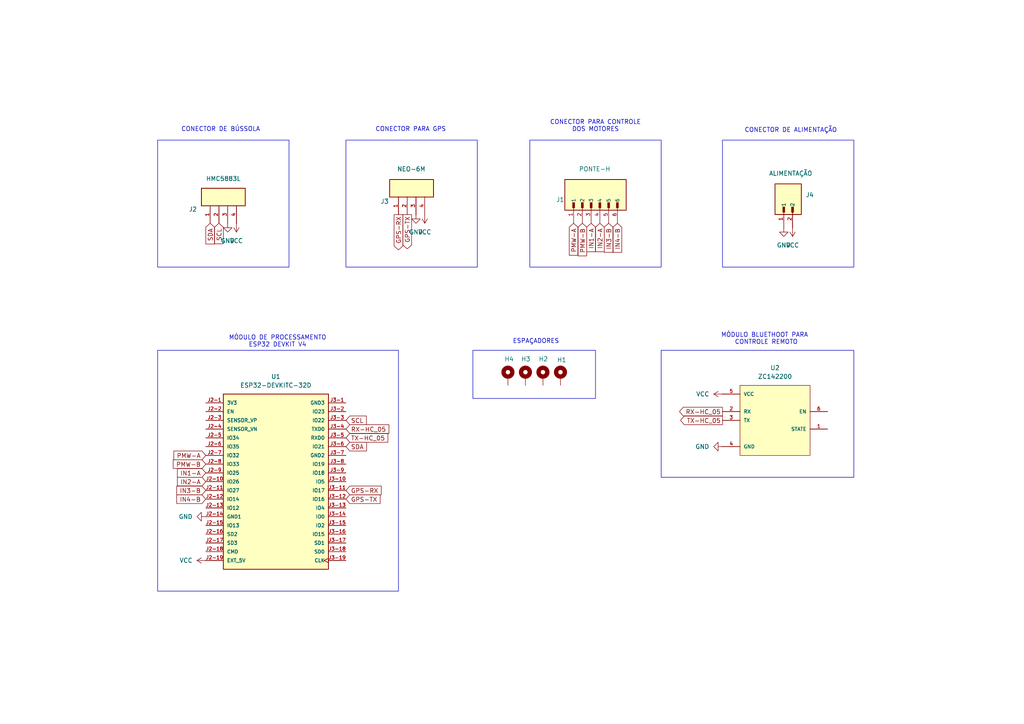
<source format=kicad_sch>
(kicad_sch (version 20231120) (generator "eeschema") (generator_version "8.0")
  (paper "A4")
  (lib_symbols
    (symbol "Mechanical:MountingHole_Pad" (pin_numbers hide) (pin_names (offset 1.016) hide) (exclude_from_sim yes) (in_bom no)
      (property "Reference" "H" (at 0 6.35 0))
      (property "Value" "MountingHole_Pad" (at 0 4.445 0))
      (symbol "MountingHole_Pad_0_1"
        (circle (center 0 1.27) (radius 1.27) (stroke (width 1.27)))
      )
      (symbol "MountingHole_Pad_1_1"
        (pin input line (at 0 -2.54 90) (length 2.54) (name "1") (number "1"))
      )
    )
    (symbol "importados:B2P-VH_LF__SN_" (pin_names (offset 1.016))
      (property "Reference" "J" (at -2.54 3.302 0))
      (property "Value" "B2P-VH_LF__SN_" (at -6.858 -7.62 0))
      (symbol "B2P-VH_LF__SN__0_0"
        (rectangle (start -3.81 -5.08) (end 5.08 2.54) (stroke (width 0.254)) (fill (type background)))
        (rectangle (start -3.175 -2.8575) (end -1.5875 -2.2225) (stroke (width 0.1)) (fill (type outline)))
        (rectangle (start -3.175 -0.3175) (end -1.5875 0.3175) (stroke (width 0.1)) (fill (type outline)))
        (pin passive line (at -7.62 0 0) (length 5.08) (name "1") (number "1"))
        (pin passive line (at -7.62 -2.54 0) (length 5.08) (name "2") (number "2"))
      )
    )
    (symbol "importados:B4P-VH_LF__SN_" (pin_names (offset 1.016))
      (property "Reference" "J" (at -5.083 5.852 0))
      (property "Value" "B4P-VH_LF__SN_" (at -5.0845 -10.16 0))
      (symbol "B4P-VH_LF__SN__0_0"
        (rectangle (start -2.54 5.08) (end 2.54 -7.62) (stroke (width 0.254)) (fill (type background)))
        (pin passive line (at -7.62 2.54 0) (length 5.08) (name "~") (number "1"))
        (pin passive line (at -7.62 0 0) (length 5.08) (name "~") (number "2"))
        (pin passive line (at -7.62 -2.54 0) (length 5.08) (name "~") (number "3"))
        (pin passive line (at -7.62 -5.08 0) (length 5.08) (name "~") (number "4"))
      )
    )
    (symbol "importados:B6P-VH_LF__SN_" (pin_names (offset 1.016))
      (property "Reference" "J" (at -3.81 8.255 0))
      (property "Value" "B6P-VH_LF__SN_" (at -3.81 -12.7 0))
      (symbol "B6P-VH_LF__SN__0_0"
        (rectangle (start -3.81 -10.16) (end 5.08 7.62) (stroke (width 0.254)) (fill (type background)))
        (rectangle (start -3.175 -7.9375) (end -1.5875 -7.3025) (stroke (width 0.1)) (fill (type outline)))
        (rectangle (start -3.175 -5.3975) (end -1.5875 -4.7625) (stroke (width 0.1)) (fill (type outline)))
        (rectangle (start -3.175 -2.8575) (end -1.5875 -2.2225) (stroke (width 0.1)) (fill (type outline)))
        (rectangle (start -3.175 -0.3175) (end -1.5875 0.3175) (stroke (width 0.1)) (fill (type outline)))
        (rectangle (start -3.175 2.2225) (end -1.5875 2.8575) (stroke (width 0.1)) (fill (type outline)))
        (rectangle (start -3.175 4.7625) (end -1.5875 5.3975) (stroke (width 0.1)) (fill (type outline)))
        (pin passive line (at -7.62 5.08 0) (length 5.08) (name "1") (number "1"))
        (pin passive line (at -7.62 2.54 0) (length 5.08) (name "2") (number "2"))
        (pin passive line (at -7.62 0 0) (length 5.08) (name "3") (number "3"))
        (pin passive line (at -7.62 -2.54 0) (length 5.08) (name "4") (number "4"))
        (pin passive line (at -7.62 -5.08 0) (length 5.08) (name "5") (number "5"))
        (pin passive line (at -7.62 -7.62 0) (length 5.08) (name "6") (number "6"))
      )
    )
    (symbol "importados:ESP32-DEVKITC-32D" (pin_names (offset 1.016))
      (property "Reference" "U" (at -15.2572 26.0643 0))
      (property "Value" "ESP32-DEVKITC-32D" (at -15.2563 -27.9698 0))
      (symbol "ESP32-DEVKITC-32D_0_0"
        (rectangle (start -15.24 -25.4) (end 15.24 25.4) (stroke (width 0.254)) (fill (type background)))
        (pin power_in line (at -20.32 22.86 0) (length 5.08) (name "3V3") (number "J2-1"))
        (pin bidirectional line (at -20.32 0 0) (length 5.08) (name "IO26") (number "J2-10"))
        (pin bidirectional line (at -20.32 -2.54 0) (length 5.08) (name "IO27") (number "J2-11"))
        (pin bidirectional line (at -20.32 -5.08 0) (length 5.08) (name "IO14") (number "J2-12"))
        (pin bidirectional line (at -20.32 -7.62 0) (length 5.08) (name "IO12") (number "J2-13"))
        (pin power_in line (at -20.32 -10.16 0) (length 5.08) (name "GND1") (number "J2-14"))
        (pin bidirectional line (at -20.32 -12.7 0) (length 5.08) (name "IO13") (number "J2-15"))
        (pin bidirectional line (at -20.32 -15.24 0) (length 5.08) (name "SD2") (number "J2-16"))
        (pin bidirectional line (at -20.32 -17.78 0) (length 5.08) (name "SD3") (number "J2-17"))
        (pin bidirectional line (at -20.32 -20.32 0) (length 5.08) (name "CMD") (number "J2-18"))
        (pin power_in line (at -20.32 -22.86 0) (length 5.08) (name "EXT_5V") (number "J2-19"))
        (pin input line (at -20.32 20.32 0) (length 5.08) (name "EN") (number "J2-2"))
        (pin input line (at -20.32 17.78 0) (length 5.08) (name "SENSOR_VP") (number "J2-3"))
        (pin input line (at -20.32 15.24 0) (length 5.08) (name "SENSOR_VN") (number "J2-4"))
        (pin bidirectional line (at -20.32 12.7 0) (length 5.08) (name "IO34") (number "J2-5"))
        (pin bidirectional line (at -20.32 10.16 0) (length 5.08) (name "IO35") (number "J2-6"))
        (pin bidirectional line (at -20.32 7.62 0) (length 5.08) (name "IO32") (number "J2-7"))
        (pin bidirectional line (at -20.32 5.08 0) (length 5.08) (name "IO33") (number "J2-8"))
        (pin bidirectional line (at -20.32 2.54 0) (length 5.08) (name "IO25") (number "J2-9"))
        (pin power_in line (at 20.32 22.86 180) (length 5.08) (name "GND3") (number "J3-1"))
        (pin bidirectional line (at 20.32 0 180) (length 5.08) (name "IO5") (number "J3-10"))
        (pin bidirectional line (at 20.32 -2.54 180) (length 5.08) (name "IO17") (number "J3-11"))
        (pin bidirectional line (at 20.32 -5.08 180) (length 5.08) (name "IO16") (number "J3-12"))
        (pin bidirectional line (at 20.32 -7.62 180) (length 5.08) (name "IO4") (number "J3-13"))
        (pin bidirectional line (at 20.32 -10.16 180) (length 5.08) (name "IO0") (number "J3-14"))
        (pin bidirectional line (at 20.32 -12.7 180) (length 5.08) (name "IO2") (number "J3-15"))
        (pin bidirectional line (at 20.32 -15.24 180) (length 5.08) (name "IO15") (number "J3-16"))
        (pin bidirectional line (at 20.32 -17.78 180) (length 5.08) (name "SD1") (number "J3-17"))
        (pin bidirectional line (at 20.32 -20.32 180) (length 5.08) (name "SD0") (number "J3-18"))
        (pin input clock (at 20.32 -22.86 180) (length 5.08) (name "CLK") (number "J3-19"))
        (pin bidirectional line (at 20.32 20.32 180) (length 5.08) (name "IO23") (number "J3-2"))
        (pin bidirectional line (at 20.32 17.78 180) (length 5.08) (name "IO22") (number "J3-3"))
        (pin output line (at 20.32 15.24 180) (length 5.08) (name "TXD0") (number "J3-4"))
        (pin input line (at 20.32 12.7 180) (length 5.08) (name "RXD0") (number "J3-5"))
        (pin bidirectional line (at 20.32 10.16 180) (length 5.08) (name "IO21") (number "J3-6"))
        (pin power_in line (at 20.32 7.62 180) (length 5.08) (name "GND2") (number "J3-7"))
        (pin bidirectional line (at 20.32 5.08 180) (length 5.08) (name "IO19") (number "J3-8"))
        (pin bidirectional line (at 20.32 2.54 180) (length 5.08) (name "IO18") (number "J3-9"))
      )
    )
    (symbol "importados:ZC142200" (pin_names (offset 1.016))
      (property "Reference" "U" (at -10.16 10.922 0))
      (property "Value" "ZC142200" (at -10.16 -12.7 0))
      (symbol "ZC142200_0_0"
        (rectangle (start -10.16 10.16) (end 10.16 -10.16) (stroke (width 0.1524)) (fill (type background)))
        (pin input line (at -15.24 -2.54 0) (length 5.08) (name "STATE") (number "1"))
        (pin input line (at 15.24 2.54 180) (length 5.08) (name "RX") (number "2"))
        (pin output line (at 15.24 0 180) (length 5.08) (name "TX") (number "3"))
        (pin power_in line (at 15.24 -7.62 180) (length 5.08) (name "GND") (number "4"))
        (pin power_in line (at 15.24 7.62 180) (length 5.08) (name "VCC") (number "5"))
        (pin input line (at -15.24 2.54 0) (length 5.08) (name "EN") (number "6"))
      )
    )
    (symbol "power:GND" (power) (pin_numbers hide) (pin_names (offset 0) hide)
      (property "Value" "GND" (at 0 -3.81 0))
      (symbol "GND_0_1"
        (polyline (pts (xy 0 0) (xy 0 -1.27) (xy 1.27 -1.27) (xy 0 -2.54) (xy -1.27 -1.27) (xy 0 -1.27)))
      )
      (symbol "GND_1_1"
        (pin power_in line (at 0 0 270) (length 0) (name "~") (number "1"))
      )
    )
    (symbol "power:VCC" (power) (pin_numbers hide) (pin_names (offset 0) hide)
      (property "Value" "VCC" (at 0 3.556 0))
      (symbol "VCC_0_1"
        (polyline (pts (xy -0.762 1.27) (xy 0 2.54)))
        (polyline (pts (xy 0 0) (xy 0 2.54)))
        (polyline (pts (xy 0 2.54) (xy 0.762 1.27)))
      )
      (symbol "VCC_1_1"
        (pin power_in line (at 0 0 90) (length 0) (name "~") (number "1"))
      )
    )
  )
  (rectangle (start 45.72 40.64) (end 83.82 77.47))
  (rectangle (start 191.77 101.6) (end 247.65 138.43))
  (rectangle (start 137.16 101.6) (end 172.72 115.57))
  (rectangle (start 45.72 101.6) (end 115.57 171.45))
  (rectangle (start 209.55 40.64) (end 247.65 77.47))
  (rectangle (start 153.67 40.64) (end 191.77 77.47))
  (rectangle (start 100.33 40.64) (end 138.43 77.47))
  (text "CONECTOR PARA GPS\n\n" (at 119.126 38.608 0) (effects (font (size 1.27 1.27))))
  (text "MÓDULO DE PROCESSAMENTO\nESP32 DEVKIT V4\n" (at 80.518 99.06 0) (effects (font (size 1.27 1.27))))
  (text "CONECTOR PARA CONTROLE\nDOS MOTORES" (at 172.72 36.576 0) (effects (font (size 1.27 1.27))))
  (text "MÓDULO BLUETHOOT PARA \nCONTROLE REMOTO\n" (at 222.25 98.298 0) (effects (font (size 1.27 1.27))))
  (text "ESPAÇADORES\n" (at 155.448 99.06 0) (effects (font (size 1.27 1.27))))
  (text "CONECTOR DE BÚSSOLA\n\n" (at 64.008 38.608 0) (effects (font (size 1.27 1.27))))
  (text "CONECTOR DE ALIMENTAÇÃO\n" (at 229.362 37.846 0) (effects (font (size 1.27 1.27))))
  (global_label "GPS-RX" (shape output) (at 115.57 62.23 270) (property "Intersheetrefs" "${INTERSHEET_REFS}" (effects (hide yes))))
  (global_label "PMW-A" (shape input) (at 166.37 64.77 270) (property "Intersheetrefs" "${INTERSHEET_REFS}" (effects (hide yes))))
  (global_label "SCL" (shape input) (at 63.5 64.77 270) (property "Intersheetrefs" "${INTERSHEET_REFS}" (effects (hide yes))))
  (global_label "RX-HC_05" (shape output) (at 209.55 119.38 180) (property "Intersheetrefs" "${INTERSHEET_REFS}" (effects (hide yes))))
  (global_label "IN3-B" (shape input) (at 176.53 64.77 270) (property "Intersheetrefs" "${INTERSHEET_REFS}" (effects (hide yes))))
  (global_label "IN2-A" (shape input) (at 59.69 139.7 180) (property "Intersheetrefs" "${INTERSHEET_REFS}" (effects (hide yes))))
  (global_label "SCL" (shape input) (at 100.33 121.92 0) (property "Intersheetrefs" "${INTERSHEET_REFS}" (effects (hide yes))))
  (global_label "GPS-TX" (shape output) (at 118.11 62.23 270) (property "Intersheetrefs" "${INTERSHEET_REFS}" (effects (hide yes))))
  (global_label "IN3-B" (shape input) (at 59.69 142.24 180) (property "Intersheetrefs" "${INTERSHEET_REFS}" (effects (hide yes))))
  (global_label "IN4-B" (shape input) (at 59.69 144.78 180) (property "Intersheetrefs" "${INTERSHEET_REFS}" (effects (hide yes))))
  (global_label "GPS-RX" (shape input) (at 100.33 142.24 0) (property "Intersheetrefs" "${INTERSHEET_REFS}" (effects (hide yes))))
  (global_label "TX-HC_05" (shape output) (at 209.55 121.92 180) (property "Intersheetrefs" "${INTERSHEET_REFS}" (effects (hide yes))))
  (global_label "IN4-B" (shape input) (at 179.07 64.77 270) (property "Intersheetrefs" "${INTERSHEET_REFS}" (effects (hide yes))))
  (global_label "GPS-TX" (shape input) (at 100.33 144.78 0) (property "Intersheetrefs" "${INTERSHEET_REFS}" (effects (hide yes))))
  (global_label "IN2-A" (shape input) (at 173.99 64.77 270) (property "Intersheetrefs" "${INTERSHEET_REFS}" (effects (hide yes))))
  (global_label "PMW-A" (shape input) (at 59.69 132.08 180) (property "Intersheetrefs" "${INTERSHEET_REFS}" (effects (hide yes))))
  (global_label "RX-HC_05" (shape input) (at 100.33 124.46 0) (property "Intersheetrefs" "${INTERSHEET_REFS}" (effects (hide yes))))
  (global_label "PMW-B" (shape input) (at 59.69 134.62 180) (property "Intersheetrefs" "${INTERSHEET_REFS}" (effects (hide yes))))
  (global_label "PMW-B" (shape input) (at 168.91 64.77 270) (property "Intersheetrefs" "${INTERSHEET_REFS}" (effects (hide yes))))
  (global_label "TX-HC_05" (shape input) (at 100.33 127 0) (property "Intersheetrefs" "${INTERSHEET_REFS}" (effects (hide yes))))
  (global_label "IN1-A" (shape input) (at 171.45 64.77 270) (property "Intersheetrefs" "${INTERSHEET_REFS}" (effects (hide yes))))
  (global_label "IN1-A" (shape input) (at 59.69 137.16 180) (property "Intersheetrefs" "${INTERSHEET_REFS}" (effects (hide yes))))
  (global_label "SDA" (shape input) (at 100.33 129.54 0) (property "Intersheetrefs" "${INTERSHEET_REFS}" (effects (hide yes))))
  (global_label "SDA" (shape input) (at 60.96 64.77 270) (property "Intersheetrefs" "${INTERSHEET_REFS}" (effects (hide yes))))
  (symbol (lib_id "power:GND") (at 66.04 64.77 0) (unit 1)
    (property "Reference" "#PWR07" (effects (hide yes)))
    (property "Value" "GND" (at 66.04 69.85 0))
    (property "Description" "Power symbol creates a global label with name \"GND\" , ground" (effects (hide yes)))
  )
  (symbol (lib_id "power:GND") (at 120.65 62.23 0) (unit 1)
    (property "Reference" "#PWR05" (effects (hide yes)))
    (property "Value" "GND" (at 120.65 67.31 0))
    (property "Description" "Power symbol creates a global label with name \"GND\" , ground" (effects (hide yes)))
  )
  (symbol (lib_id "power:VCC") (at 229.87 66.04 180) (unit 1)
    (property "Reference" "#PWR01" (effects (hide yes)))
    (property "Value" "VCC" (at 229.87 71.12 0))
    (property "Description" "Power symbol creates a global label with name \"VCC\"" (effects (hide yes)))
  )
  (symbol (lib_id "power:GND") (at 209.55 129.54 270) (mirror x) (unit 1)
    (property "Reference" "#PWR09" (effects (hide yes)))
    (property "Value" "GND" (at 205.74 129.5399 90) (effects (justify right)))
    (property "Description" "Power symbol creates a global label with name \"GND\" , ground" (effects (hide yes)))
  )
  (symbol (lib_id "importados:B6P-VH_LF__SN_") (at 171.45 57.15 90) (unit 1)
    (property "Reference" "J1" (at 161.29 57.912 90) (effects (justify right)))
    (property "Value" "PONTE-H" (at 167.894 49.022 90) (effects (justify right)))
    (property "Footprint" "importados:JST_B6P-VH_LF__SN_" (effects (hide yes)))
  )
  (symbol (lib_id "importados:ESP32-DEVKITC-32D") (at 80.01 139.7 0) (unit 1)
    (property "Reference" "U1" (at 80.01 109.22 0))
    (property "Value" "ESP32-DEVKITC-32D" (at 80.01 111.76 0))
    (property "Footprint" "importados:MODULE_ESP32-DEVKITC-32D" (effects (hide yes)))
    (property "MF" "Espressif Systems" (effects (hide yes)))
    (property "MAXIMUM_PACKAGE_HEIGHT" "N/A" (effects (hide yes)))
    (property "Package" "None" (effects (hide yes)))
    (property "Price" "None" (effects (hide yes)))
    (property "Check_prices" "https://www.snapeda.com/parts/ESP32-DEVKITC-32D/Espressif+Systems/view-part/?ref=eda" (effects (hide yes)))
    (property "STANDARD" "Manufacturer Recommendations" (effects (hide yes)))
    (property "PARTREV" "V4" (effects (hide yes)))
    (property "SnapEDA_Link" "https://www.snapeda.com/parts/ESP32-DEVKITC-32D/Espressif+Systems/view-part/?ref=snap" (effects (hide yes)))
    (property "MP" "ESP32-DEVKITC-32D" (effects (hide yes)))
    (property "Description_1" "\n                        \n                            WiFi Development Tools (802.11) ESP32 General Development Kit, ESP32-WROOM-32D on the board\n                        \n" (effects (hide yes)))
    (property "MANUFACTURER" "Espressif Systems" (effects (hide yes)))
    (property "Availability" "In Stock" (effects (hide yes)))
    (property "SNAPEDA_PN" "ESP32-DEVKITC-32D" (effects (hide yes)))
  )
  (symbol (lib_id "power:VCC") (at 209.55 114.3 90) (mirror x) (unit 1)
    (property "Reference" "#PWR010" (effects (hide yes)))
    (property "Value" "VCC" (at 205.74 114.2999 90) (effects (justify left)))
    (property "Description" "Power symbol creates a global label with name \"VCC\"" (effects (hide yes)))
  )
  (symbol (lib_id "Mechanical:MountingHole_Pad") (at 147.32 109.22 0) (unit 1) (exclude_from_sim yes) (in_bom no)
    (property "Reference" "H4" (at 146.304 104.14 0) (effects (justify left)))
    (property "Value" "MountingHole_Pad" (effects (hide yes)))
    (property "Footprint" "MountingHole:MountingHole_3.2mm_M3_DIN965_Pad" (effects (hide yes)))
    (property "Description" "Mounting Hole with connection" (effects (hide yes)))
  )
  (symbol (lib_id "importados:B4P-VH_LF__SN_") (at 63.5 57.15 90) (unit 1)
    (property "Reference" "J2" (at 57.15 60.706 90) (effects (justify left)))
    (property "Value" "HMC5883L" (at 69.85 51.816 90) (effects (justify left)))
    (property "Footprint" "importados:JST_B4P-VH_LF__SN_" (effects (hide yes)))
  )
  (symbol (lib_id "Mechanical:MountingHole_Pad") (at 157.48 109.22 0) (unit 1) (exclude_from_sim yes) (in_bom no)
    (property "Reference" "H2" (at 156.21 104.14 0) (effects (justify left)))
    (property "Value" "MountingHole_Pad" (effects (hide yes)))
    (property "Footprint" "MountingHole:MountingHole_3.2mm_M3_DIN965_Pad" (effects (hide yes)))
    (property "Description" "Mounting Hole with connection" (effects (hide yes)))
  )
  (symbol (lib_id "importados:ZC142200") (at 224.79 121.92 0) (mirror y) (unit 1)
    (property "Reference" "U2" (at 224.79 106.68 0))
    (property "Value" "ZC142200" (at 224.79 109.22 0))
    (property "Footprint" "importados:MODULE_ZC142200" (effects (hide yes)))
  )
  (symbol (lib_id "power:VCC") (at 123.19 62.23 180) (unit 1)
    (property "Reference" "#PWR06" (effects (hide yes)))
    (property "Value" "VCC" (at 123.19 67.31 0))
    (property "Description" "Power symbol creates a global label with name \"VCC\"" (effects (hide yes)))
  )
  (symbol (lib_id "importados:B4P-VH_LF__SN_") (at 118.11 54.61 90) (unit 1)
    (property "Reference" "J3" (at 112.776 58.42 90) (effects (justify left)))
    (property "Value" "NEO-6M" (at 123.444 49.022 90) (effects (justify left)))
    (property "Footprint" "importados:JST_B4P-VH_LF__SN_" (effects (hide yes)))
  )
  (symbol (lib_id "Mechanical:MountingHole_Pad") (at 152.4 109.22 0) (unit 1) (exclude_from_sim yes) (in_bom no)
    (property "Reference" "H3" (at 151.13 104.14 0) (effects (justify left)))
    (property "Value" "MountingHole_Pad" (effects (hide yes)))
    (property "Footprint" "MountingHole:MountingHole_3.2mm_M3_DIN965_Pad" (effects (hide yes)))
    (property "Description" "Mounting Hole with connection" (effects (hide yes)))
  )
  (symbol (lib_id "Mechanical:MountingHole_Pad") (at 162.56 109.22 0) (unit 1) (exclude_from_sim yes) (in_bom no)
    (property "Reference" "H1" (at 161.544 104.394 0) (effects (justify left)))
    (property "Value" "MountingHole_Pad" (effects (hide yes)))
    (property "Footprint" "MountingHole:MountingHole_3.2mm_M3_DIN965_Pad" (effects (hide yes)))
    (property "Description" "Mounting Hole with connection" (effects (hide yes)))
  )
  (symbol (lib_id "power:GND") (at 227.33 66.04 0) (unit 1)
    (property "Reference" "#PWR02" (effects (hide yes)))
    (property "Value" "GND" (at 227.33 71.12 0))
    (property "Description" "Power symbol creates a global label with name \"GND\" , ground" (effects (hide yes)))
  )
  (symbol (lib_id "power:GND") (at 59.69 149.86 270) (unit 1)
    (property "Reference" "#PWR011" (effects (hide yes)))
    (property "Value" "GND" (at 55.88 149.8599 90) (effects (justify right)))
    (property "Description" "Power symbol creates a global label with name \"GND\" , ground" (effects (hide yes)))
  )
  (symbol (lib_id "power:VCC") (at 68.58 64.77 180) (unit 1)
    (property "Reference" "#PWR08" (effects (hide yes)))
    (property "Value" "VCC" (at 68.58 69.85 0))
    (property "Description" "Power symbol creates a global label with name \"VCC\"" (effects (hide yes)))
  )
  (symbol (lib_id "importados:B2P-VH_LF__SN_") (at 227.33 58.42 90) (unit 1)
    (property "Reference" "J4" (at 233.68 56.5149 90) (effects (justify right)))
    (property "Value" "ALIMENTAÇÃO" (at 223.012 50.292 90) (effects (justify right)))
    (property "Footprint" "importados:JST_B2P-VH_LF__SN_" (effects (hide yes)))
  )
  (symbol (lib_id "power:VCC") (at 59.69 162.56 90) (unit 1)
    (property "Reference" "#PWR012" (effects (hide yes)))
    (property "Value" "VCC" (at 55.88 162.5599 90) (effects (justify left)))
    (property "Description" "Power symbol creates a global label with name \"VCC\"" (effects (hide yes)))
  )
)
</source>
